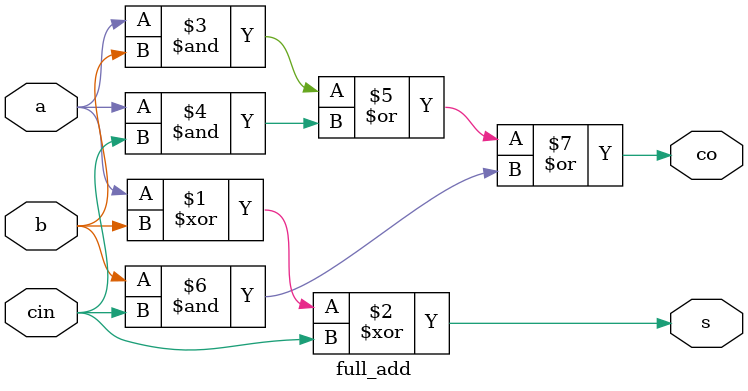
<source format=sv>
module full_add(
  input logic a, b, cin,
  output logic s, co
  );
  //Answer provided
  assign s = a^b^cin;
  assign co = (a&b)|(a&cin)|(b&cin);
  endmodule

</source>
